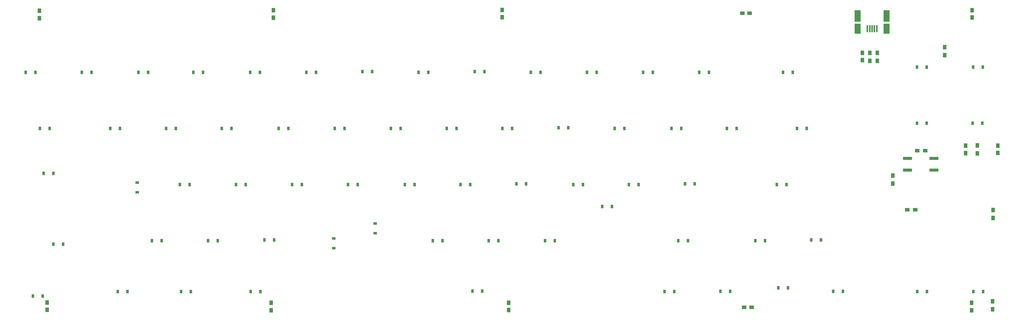
<source format=gbr>
G04 #@! TF.GenerationSoftware,KiCad,Pcbnew,(5.0.2)-1*
G04 #@! TF.CreationDate,2019-03-25T23:00:56+03:00*
G04 #@! TF.ProjectId,Mechanical Keyboard,4d656368-616e-4696-9361-6c204b657962,rev?*
G04 #@! TF.SameCoordinates,Original*
G04 #@! TF.FileFunction,Paste,Bot*
G04 #@! TF.FilePolarity,Positive*
%FSLAX46Y46*%
G04 Gerber Fmt 4.6, Leading zero omitted, Abs format (unit mm)*
G04 Created by KiCad (PCBNEW (5.0.2)-1) date 25.03.2019 23:00:56*
%MOMM*%
%LPD*%
G01*
G04 APERTURE LIST*
%ADD10R,1.250000X1.500000*%
%ADD11R,0.900000X1.200000*%
%ADD12R,1.200000X0.900000*%
%ADD13R,2.049780X4.000500*%
%ADD14R,2.049780X3.500120*%
%ADD15O,0.500400X2.500000*%
%ADD16R,3.100000X1.000000*%
%ADD17R,1.500000X1.250000*%
%ADD18R,1.500000X1.300000*%
%ADD19R,1.300000X1.500000*%
G04 APERTURE END LIST*
D10*
G04 #@! TO.C,C101*
X369255219Y-80782015D03*
X369255219Y-83282015D03*
G04 #@! TD*
D11*
G04 #@! TO.C,D57*
X286006000Y-120904000D03*
X289306000Y-120904000D03*
G04 #@! TD*
G04 #@! TO.C,D52*
X267210000Y-120904000D03*
X270510000Y-120904000D03*
G04 #@! TD*
G04 #@! TO.C,D43*
X228856000Y-120650000D03*
X232156000Y-120650000D03*
G04 #@! TD*
G04 #@! TO.C,D35*
X190882000Y-120904000D03*
X194182000Y-120904000D03*
G04 #@! TD*
G04 #@! TO.C,D22*
X133860000Y-120904000D03*
X137160000Y-120904000D03*
G04 #@! TD*
G04 #@! TO.C,D1*
X48008000Y-101854000D03*
X51308000Y-101854000D03*
G04 #@! TD*
G04 #@! TO.C,D2*
X52834000Y-120904000D03*
X56134000Y-120904000D03*
G04 #@! TD*
G04 #@! TO.C,D3*
X54060000Y-136130000D03*
X57360000Y-136130000D03*
G04 #@! TD*
G04 #@! TO.C,D4*
X57390000Y-160200000D03*
X60690000Y-160200000D03*
G04 #@! TD*
G04 #@! TO.C,D5*
X50420000Y-177800000D03*
X53720000Y-177800000D03*
G04 #@! TD*
G04 #@! TO.C,D6*
X67056000Y-101854000D03*
X70356000Y-101854000D03*
G04 #@! TD*
G04 #@! TO.C,D7*
X76710000Y-120904000D03*
X80010000Y-120904000D03*
G04 #@! TD*
D12*
G04 #@! TO.C,D8*
X85830000Y-142560000D03*
X85830000Y-139260000D03*
G04 #@! TD*
D11*
G04 #@! TO.C,D9*
X90806000Y-159004000D03*
X94106000Y-159004000D03*
G04 #@! TD*
G04 #@! TO.C,D10*
X82548000Y-176276000D03*
X79248000Y-176276000D03*
G04 #@! TD*
G04 #@! TO.C,D11*
X86234000Y-101854000D03*
X89534000Y-101854000D03*
G04 #@! TD*
G04 #@! TO.C,D12*
X95632000Y-120904000D03*
X98932000Y-120904000D03*
G04 #@! TD*
G04 #@! TO.C,D13*
X100332000Y-139954000D03*
X103632000Y-139954000D03*
G04 #@! TD*
G04 #@! TO.C,D14*
X109856000Y-159004000D03*
X113156000Y-159004000D03*
G04 #@! TD*
G04 #@! TO.C,D15*
X104012000Y-176276000D03*
X100712000Y-176276000D03*
G04 #@! TD*
G04 #@! TO.C,D16*
X104902000Y-101854000D03*
X108202000Y-101854000D03*
G04 #@! TD*
G04 #@! TO.C,D17*
X114554000Y-120904000D03*
X117854000Y-120904000D03*
G04 #@! TD*
G04 #@! TO.C,D18*
X119382000Y-139954000D03*
X122682000Y-139954000D03*
G04 #@! TD*
G04 #@! TO.C,D19*
X129034000Y-158750000D03*
X132334000Y-158750000D03*
G04 #@! TD*
G04 #@! TO.C,D20*
X127634000Y-176276000D03*
X124334000Y-176276000D03*
G04 #@! TD*
G04 #@! TO.C,D21*
X124208000Y-101854000D03*
X127508000Y-101854000D03*
G04 #@! TD*
G04 #@! TO.C,D23*
X138432000Y-139954000D03*
X141732000Y-139954000D03*
G04 #@! TD*
D12*
G04 #@! TO.C,D24*
X152560000Y-161550000D03*
X152560000Y-158250000D03*
G04 #@! TD*
D11*
G04 #@! TO.C,D25*
X202946000Y-176126000D03*
X199646000Y-176126000D03*
G04 #@! TD*
G04 #@! TO.C,D26*
X143258000Y-101854000D03*
X146558000Y-101854000D03*
G04 #@! TD*
G04 #@! TO.C,D27*
X152910000Y-120904000D03*
X156210000Y-120904000D03*
G04 #@! TD*
G04 #@! TO.C,D28*
X157354000Y-139954000D03*
X160654000Y-139954000D03*
G04 #@! TD*
D12*
G04 #@! TO.C,D29*
X166624000Y-153164000D03*
X166624000Y-156464000D03*
G04 #@! TD*
D11*
G04 #@! TO.C,D30*
X162308000Y-101600000D03*
X165608000Y-101600000D03*
G04 #@! TD*
G04 #@! TO.C,D31*
X171960000Y-120904000D03*
X175260000Y-120904000D03*
G04 #@! TD*
G04 #@! TO.C,D32*
X176658000Y-139954000D03*
X179958000Y-139954000D03*
G04 #@! TD*
G04 #@! TO.C,D33*
X186184000Y-159004000D03*
X189484000Y-159004000D03*
G04 #@! TD*
G04 #@! TO.C,D34*
X181358000Y-101854000D03*
X184658000Y-101854000D03*
G04 #@! TD*
G04 #@! TO.C,D36*
X195582000Y-139954000D03*
X198882000Y-139954000D03*
G04 #@! TD*
G04 #@! TO.C,D37*
X205106000Y-159004000D03*
X208406000Y-159004000D03*
G04 #@! TD*
G04 #@! TO.C,D38*
X200408000Y-101600000D03*
X203708000Y-101600000D03*
G04 #@! TD*
G04 #@! TO.C,D39*
X209806000Y-120904000D03*
X213106000Y-120904000D03*
G04 #@! TD*
G04 #@! TO.C,D40*
X214504000Y-139700000D03*
X217804000Y-139700000D03*
G04 #@! TD*
G04 #@! TO.C,D41*
X224284000Y-159004000D03*
X227584000Y-159004000D03*
G04 #@! TD*
G04 #@! TO.C,D42*
X219458000Y-101854000D03*
X222758000Y-101854000D03*
G04 #@! TD*
G04 #@! TO.C,D44*
X233808000Y-139954000D03*
X237108000Y-139954000D03*
G04 #@! TD*
G04 #@! TO.C,D45*
X243670000Y-147390000D03*
X246970000Y-147390000D03*
G04 #@! TD*
G04 #@! TO.C,D46*
X238508000Y-101854000D03*
X241808000Y-101854000D03*
G04 #@! TD*
G04 #@! TO.C,D47*
X247906000Y-120904000D03*
X251206000Y-120904000D03*
G04 #@! TD*
G04 #@! TO.C,D48*
X252732000Y-139954000D03*
X256032000Y-139954000D03*
G04 #@! TD*
G04 #@! TO.C,D49*
X269496000Y-159004000D03*
X272796000Y-159004000D03*
G04 #@! TD*
G04 #@! TO.C,D50*
X268096000Y-176276000D03*
X264796000Y-176276000D03*
G04 #@! TD*
G04 #@! TO.C,D51*
X257558000Y-101854000D03*
X260858000Y-101854000D03*
G04 #@! TD*
G04 #@! TO.C,D53*
X271782000Y-139700000D03*
X275082000Y-139700000D03*
G04 #@! TD*
G04 #@! TO.C,D54*
X295658000Y-159004000D03*
X298958000Y-159004000D03*
G04 #@! TD*
G04 #@! TO.C,D55*
X287120000Y-176230000D03*
X283820000Y-176230000D03*
G04 #@! TD*
G04 #@! TO.C,D56*
X276608000Y-101854000D03*
X279908000Y-101854000D03*
G04 #@! TD*
G04 #@! TO.C,D58*
X302896000Y-139954000D03*
X306196000Y-139954000D03*
G04 #@! TD*
G04 #@! TO.C,D59*
X314580000Y-158750000D03*
X317880000Y-158750000D03*
G04 #@! TD*
G04 #@! TO.C,D60*
X306704000Y-175006000D03*
X303404000Y-175006000D03*
G04 #@! TD*
G04 #@! TO.C,D61*
X305056000Y-101854000D03*
X308356000Y-101854000D03*
G04 #@! TD*
G04 #@! TO.C,D62*
X309754000Y-120904000D03*
X313054000Y-120904000D03*
G04 #@! TD*
G04 #@! TO.C,D63*
X353800000Y-100110000D03*
X350500000Y-100110000D03*
G04 #@! TD*
G04 #@! TO.C,D64*
X353800000Y-119120000D03*
X350500000Y-119120000D03*
G04 #@! TD*
G04 #@! TO.C,D65*
X325400000Y-176190000D03*
X322100000Y-176190000D03*
G04 #@! TD*
G04 #@! TO.C,D66*
X372870000Y-100080000D03*
X369570000Y-100080000D03*
G04 #@! TD*
G04 #@! TO.C,D67*
X372730000Y-119150000D03*
X369430000Y-119150000D03*
G04 #@! TD*
G04 #@! TO.C,D68*
X353910000Y-176280000D03*
X350610000Y-176280000D03*
G04 #@! TD*
G04 #@! TO.C,D69*
X372940000Y-176250000D03*
X369640000Y-176250000D03*
G04 #@! TD*
D13*
G04 #@! TO.C,J1*
X340205060Y-82770980D03*
X330354940Y-82770980D03*
D14*
X330354940Y-87022940D03*
X340205060Y-87022940D03*
D15*
X335280000Y-87022900D03*
X334479900Y-87022900D03*
X333679800Y-87022900D03*
X336080100Y-87022900D03*
X336880200Y-87022900D03*
G04 #@! TD*
D16*
G04 #@! TO.C,S101*
X347340000Y-135097500D03*
X356240000Y-131097000D03*
X356240000Y-135095000D03*
X347340000Y-131097000D03*
G04 #@! TD*
D10*
G04 #@! TO.C,C1*
X367030000Y-129286000D03*
X367030000Y-126786000D03*
G04 #@! TD*
G04 #@! TO.C,C4*
X377952000Y-126746000D03*
X377952000Y-129246000D03*
G04 #@! TD*
G04 #@! TO.C,C6*
X331978000Y-95250000D03*
X331978000Y-97750000D03*
G04 #@! TD*
D17*
G04 #@! TO.C,C102*
X291235457Y-81837024D03*
X293735457Y-81837024D03*
G04 #@! TD*
D10*
G04 #@! TO.C,C103*
X209751411Y-80666023D03*
X209751411Y-83166023D03*
G04 #@! TD*
G04 #@! TO.C,C104*
X132037258Y-80814742D03*
X132037258Y-83314742D03*
G04 #@! TD*
G04 #@! TO.C,C105*
X52639065Y-80958126D03*
X52639065Y-83458126D03*
G04 #@! TD*
G04 #@! TO.C,C106*
X55264689Y-182488132D03*
X55264689Y-179988132D03*
G04 #@! TD*
G04 #@! TO.C,C107*
X131318000Y-182606000D03*
X131318000Y-180106000D03*
G04 #@! TD*
G04 #@! TO.C,C108*
X211920000Y-182596000D03*
X211920000Y-180096000D03*
G04 #@! TD*
D17*
G04 #@! TO.C,C109*
X291846000Y-181610000D03*
X294346000Y-181610000D03*
G04 #@! TD*
D10*
G04 #@! TO.C,C110*
X369062000Y-182606000D03*
X369062000Y-180106000D03*
G04 #@! TD*
D18*
G04 #@! TO.C,R1*
X350596200Y-128473200D03*
X353296200Y-128473200D03*
G04 #@! TD*
D19*
G04 #@! TO.C,R2*
X337058000Y-97950000D03*
X337058000Y-95250000D03*
G04 #@! TD*
G04 #@! TO.C,R3*
X334518000Y-97950000D03*
X334518000Y-95250000D03*
G04 #@! TD*
G04 #@! TO.C,R5*
X371030500Y-126713000D03*
X371030500Y-129413000D03*
G04 #@! TD*
G04 #@! TO.C,R6*
X376364500Y-151290000D03*
X376364500Y-148590000D03*
G04 #@! TD*
G04 #@! TO.C,R7*
X359918000Y-96012000D03*
X359918000Y-93312000D03*
G04 #@! TD*
G04 #@! TO.C,R8*
X342265000Y-139653000D03*
X342265000Y-136953000D03*
G04 #@! TD*
D18*
G04 #@! TO.C,R11*
X347218000Y-148488400D03*
X349918000Y-148488400D03*
G04 #@! TD*
D19*
G04 #@! TO.C,R100*
X376174000Y-179578000D03*
X376174000Y-182278000D03*
G04 #@! TD*
M02*

</source>
